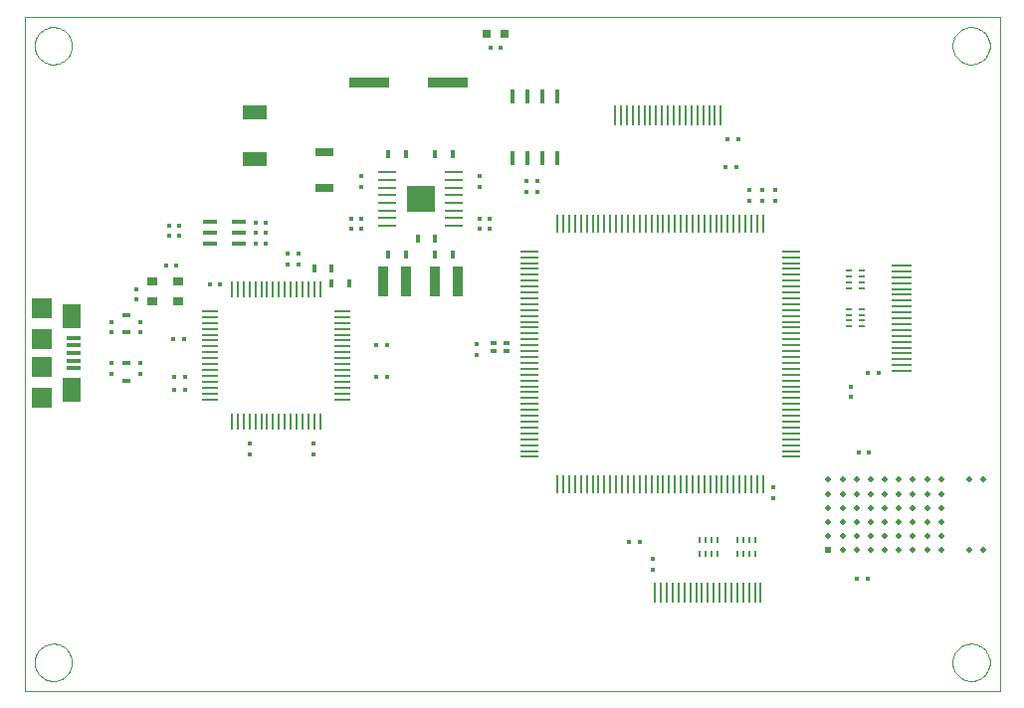
<source format=gtp>
G75*
%MOIN*%
%OFA0B0*%
%FSLAX24Y24*%
%IPPOS*%
%LPD*%
%AMOC8*
5,1,8,0,0,1.08239X$1,22.5*
%
%ADD10C,0.0000*%
%ADD11R,0.0078X0.0708*%
%ADD12R,0.0117X0.0157*%
%ADD13R,0.0078X0.0216*%
%ADD14R,0.0531X0.0066*%
%ADD15R,0.0066X0.0531*%
%ADD16R,0.0491X0.0117*%
%ADD17R,0.0708X0.0669*%
%ADD18R,0.0708X0.0708*%
%ADD19R,0.0590X0.0787*%
%ADD20R,0.0354X0.0314*%
%ADD21R,0.0157X0.0117*%
%ADD22R,0.0460X0.0180*%
%ADD23R,0.0275X0.0157*%
%ADD24R,0.0157X0.0275*%
%ADD25R,0.0275X0.0275*%
%ADD26R,0.0590X0.0295*%
%ADD27R,0.0196X0.0157*%
%ADD28R,0.1338X0.0354*%
%ADD29R,0.0196X0.0196*%
%ADD30C,0.0196*%
%ADD31R,0.0590X0.0078*%
%ADD32R,0.0078X0.0590*%
%ADD33R,0.0177X0.0491*%
%ADD34R,0.0787X0.0460*%
%ADD35R,0.0708X0.0078*%
%ADD36R,0.0216X0.0078*%
%ADD37R,0.0969X0.0909*%
%ADD38R,0.0354X0.1023*%
D10*
X000873Y004647D02*
X000873Y027246D01*
X033550Y027246D01*
X033550Y004647D01*
X000873Y004647D01*
X001213Y005612D02*
X001215Y005662D01*
X001221Y005711D01*
X001231Y005760D01*
X001244Y005807D01*
X001262Y005854D01*
X001283Y005899D01*
X001307Y005942D01*
X001335Y005983D01*
X001366Y006022D01*
X001400Y006058D01*
X001437Y006092D01*
X001477Y006122D01*
X001518Y006149D01*
X001562Y006173D01*
X001607Y006193D01*
X001654Y006209D01*
X001702Y006222D01*
X001751Y006231D01*
X001801Y006236D01*
X001850Y006237D01*
X001900Y006234D01*
X001949Y006227D01*
X001998Y006216D01*
X002045Y006202D01*
X002091Y006183D01*
X002136Y006161D01*
X002179Y006136D01*
X002219Y006107D01*
X002257Y006075D01*
X002293Y006041D01*
X002326Y006003D01*
X002355Y005963D01*
X002381Y005921D01*
X002404Y005877D01*
X002423Y005831D01*
X002439Y005784D01*
X002451Y005735D01*
X002459Y005686D01*
X002463Y005637D01*
X002463Y005587D01*
X002459Y005538D01*
X002451Y005489D01*
X002439Y005440D01*
X002423Y005393D01*
X002404Y005347D01*
X002381Y005303D01*
X002355Y005261D01*
X002326Y005221D01*
X002293Y005183D01*
X002257Y005149D01*
X002219Y005117D01*
X002179Y005088D01*
X002136Y005063D01*
X002091Y005041D01*
X002045Y005022D01*
X001998Y005008D01*
X001949Y004997D01*
X001900Y004990D01*
X001850Y004987D01*
X001801Y004988D01*
X001751Y004993D01*
X001702Y005002D01*
X001654Y005015D01*
X001607Y005031D01*
X001562Y005051D01*
X001518Y005075D01*
X001477Y005102D01*
X001437Y005132D01*
X001400Y005166D01*
X001366Y005202D01*
X001335Y005241D01*
X001307Y005282D01*
X001283Y005325D01*
X001262Y005370D01*
X001244Y005417D01*
X001231Y005464D01*
X001221Y005513D01*
X001215Y005562D01*
X001213Y005612D01*
X001213Y026281D02*
X001215Y026331D01*
X001221Y026380D01*
X001231Y026429D01*
X001244Y026476D01*
X001262Y026523D01*
X001283Y026568D01*
X001307Y026611D01*
X001335Y026652D01*
X001366Y026691D01*
X001400Y026727D01*
X001437Y026761D01*
X001477Y026791D01*
X001518Y026818D01*
X001562Y026842D01*
X001607Y026862D01*
X001654Y026878D01*
X001702Y026891D01*
X001751Y026900D01*
X001801Y026905D01*
X001850Y026906D01*
X001900Y026903D01*
X001949Y026896D01*
X001998Y026885D01*
X002045Y026871D01*
X002091Y026852D01*
X002136Y026830D01*
X002179Y026805D01*
X002219Y026776D01*
X002257Y026744D01*
X002293Y026710D01*
X002326Y026672D01*
X002355Y026632D01*
X002381Y026590D01*
X002404Y026546D01*
X002423Y026500D01*
X002439Y026453D01*
X002451Y026404D01*
X002459Y026355D01*
X002463Y026306D01*
X002463Y026256D01*
X002459Y026207D01*
X002451Y026158D01*
X002439Y026109D01*
X002423Y026062D01*
X002404Y026016D01*
X002381Y025972D01*
X002355Y025930D01*
X002326Y025890D01*
X002293Y025852D01*
X002257Y025818D01*
X002219Y025786D01*
X002179Y025757D01*
X002136Y025732D01*
X002091Y025710D01*
X002045Y025691D01*
X001998Y025677D01*
X001949Y025666D01*
X001900Y025659D01*
X001850Y025656D01*
X001801Y025657D01*
X001751Y025662D01*
X001702Y025671D01*
X001654Y025684D01*
X001607Y025700D01*
X001562Y025720D01*
X001518Y025744D01*
X001477Y025771D01*
X001437Y025801D01*
X001400Y025835D01*
X001366Y025871D01*
X001335Y025910D01*
X001307Y025951D01*
X001283Y025994D01*
X001262Y026039D01*
X001244Y026086D01*
X001231Y026133D01*
X001221Y026182D01*
X001215Y026231D01*
X001213Y026281D01*
X031961Y026281D02*
X031963Y026331D01*
X031969Y026380D01*
X031979Y026429D01*
X031992Y026476D01*
X032010Y026523D01*
X032031Y026568D01*
X032055Y026611D01*
X032083Y026652D01*
X032114Y026691D01*
X032148Y026727D01*
X032185Y026761D01*
X032225Y026791D01*
X032266Y026818D01*
X032310Y026842D01*
X032355Y026862D01*
X032402Y026878D01*
X032450Y026891D01*
X032499Y026900D01*
X032549Y026905D01*
X032598Y026906D01*
X032648Y026903D01*
X032697Y026896D01*
X032746Y026885D01*
X032793Y026871D01*
X032839Y026852D01*
X032884Y026830D01*
X032927Y026805D01*
X032967Y026776D01*
X033005Y026744D01*
X033041Y026710D01*
X033074Y026672D01*
X033103Y026632D01*
X033129Y026590D01*
X033152Y026546D01*
X033171Y026500D01*
X033187Y026453D01*
X033199Y026404D01*
X033207Y026355D01*
X033211Y026306D01*
X033211Y026256D01*
X033207Y026207D01*
X033199Y026158D01*
X033187Y026109D01*
X033171Y026062D01*
X033152Y026016D01*
X033129Y025972D01*
X033103Y025930D01*
X033074Y025890D01*
X033041Y025852D01*
X033005Y025818D01*
X032967Y025786D01*
X032927Y025757D01*
X032884Y025732D01*
X032839Y025710D01*
X032793Y025691D01*
X032746Y025677D01*
X032697Y025666D01*
X032648Y025659D01*
X032598Y025656D01*
X032549Y025657D01*
X032499Y025662D01*
X032450Y025671D01*
X032402Y025684D01*
X032355Y025700D01*
X032310Y025720D01*
X032266Y025744D01*
X032225Y025771D01*
X032185Y025801D01*
X032148Y025835D01*
X032114Y025871D01*
X032083Y025910D01*
X032055Y025951D01*
X032031Y025994D01*
X032010Y026039D01*
X031992Y026086D01*
X031979Y026133D01*
X031969Y026182D01*
X031963Y026231D01*
X031961Y026281D01*
X031961Y005612D02*
X031963Y005662D01*
X031969Y005711D01*
X031979Y005760D01*
X031992Y005807D01*
X032010Y005854D01*
X032031Y005899D01*
X032055Y005942D01*
X032083Y005983D01*
X032114Y006022D01*
X032148Y006058D01*
X032185Y006092D01*
X032225Y006122D01*
X032266Y006149D01*
X032310Y006173D01*
X032355Y006193D01*
X032402Y006209D01*
X032450Y006222D01*
X032499Y006231D01*
X032549Y006236D01*
X032598Y006237D01*
X032648Y006234D01*
X032697Y006227D01*
X032746Y006216D01*
X032793Y006202D01*
X032839Y006183D01*
X032884Y006161D01*
X032927Y006136D01*
X032967Y006107D01*
X033005Y006075D01*
X033041Y006041D01*
X033074Y006003D01*
X033103Y005963D01*
X033129Y005921D01*
X033152Y005877D01*
X033171Y005831D01*
X033187Y005784D01*
X033199Y005735D01*
X033207Y005686D01*
X033211Y005637D01*
X033211Y005587D01*
X033207Y005538D01*
X033199Y005489D01*
X033187Y005440D01*
X033171Y005393D01*
X033152Y005347D01*
X033129Y005303D01*
X033103Y005261D01*
X033074Y005221D01*
X033041Y005183D01*
X033005Y005149D01*
X032967Y005117D01*
X032927Y005088D01*
X032884Y005063D01*
X032839Y005041D01*
X032793Y005022D01*
X032746Y005008D01*
X032697Y004997D01*
X032648Y004990D01*
X032598Y004987D01*
X032549Y004988D01*
X032499Y004993D01*
X032450Y005002D01*
X032402Y005015D01*
X032355Y005031D01*
X032310Y005051D01*
X032266Y005075D01*
X032225Y005102D01*
X032185Y005132D01*
X032148Y005166D01*
X032114Y005202D01*
X032083Y005241D01*
X032055Y005282D01*
X032031Y005325D01*
X032010Y005370D01*
X031992Y005417D01*
X031979Y005464D01*
X031969Y005513D01*
X031963Y005562D01*
X031961Y005612D01*
D11*
X025538Y007954D03*
X025342Y007954D03*
X025145Y007954D03*
X024948Y007954D03*
X024751Y007954D03*
X024554Y007954D03*
X024357Y007954D03*
X024160Y007954D03*
X023964Y007954D03*
X023767Y007954D03*
X023570Y007954D03*
X023373Y007954D03*
X023176Y007954D03*
X022979Y007954D03*
X022782Y007954D03*
X022586Y007954D03*
X022389Y007954D03*
X022192Y007954D03*
X021995Y007954D03*
X022034Y023939D03*
X021838Y023939D03*
X021641Y023939D03*
X021444Y023939D03*
X021247Y023939D03*
X021050Y023939D03*
X020853Y023939D03*
X020656Y023939D03*
X022231Y023939D03*
X022428Y023939D03*
X022625Y023939D03*
X022822Y023939D03*
X023019Y023939D03*
X023216Y023939D03*
X023412Y023939D03*
X023609Y023939D03*
X023806Y023939D03*
X024003Y023939D03*
X024200Y023939D03*
D12*
X024436Y023151D03*
X024790Y023151D03*
X024712Y022206D03*
X024357Y022206D03*
X018058Y021734D03*
X017704Y021734D03*
X017704Y021380D03*
X018058Y021380D03*
X016838Y026222D03*
X016483Y026222D03*
X008964Y020356D03*
X008964Y020002D03*
X008609Y020002D03*
X008609Y020356D03*
X008609Y019647D03*
X008964Y019647D03*
X007428Y018269D03*
X007074Y018269D03*
X005971Y018899D03*
X005617Y018899D03*
X005853Y016458D03*
X006208Y016458D03*
X006247Y015198D03*
X005893Y015198D03*
X005893Y014765D03*
X006247Y014765D03*
X012664Y015198D03*
X013019Y015198D03*
X013019Y016261D03*
X012664Y016261D03*
X021129Y009647D03*
X021483Y009647D03*
X028767Y008427D03*
X029121Y008427D03*
X029160Y012639D03*
X028806Y012639D03*
X029121Y015317D03*
X029475Y015317D03*
D13*
X025361Y009716D03*
X025164Y009716D03*
X024968Y009716D03*
X024771Y009716D03*
X024771Y009263D03*
X024968Y009263D03*
X025164Y009263D03*
X025361Y009263D03*
X024082Y009263D03*
X023885Y009263D03*
X023688Y009263D03*
X023491Y009263D03*
X023491Y009716D03*
X023688Y009716D03*
X023885Y009716D03*
X024082Y009716D03*
D14*
X011513Y014431D03*
X011513Y014628D03*
X011513Y014824D03*
X011513Y015021D03*
X011513Y015218D03*
X011513Y015415D03*
X011513Y015612D03*
X011513Y015809D03*
X011513Y016006D03*
X011513Y016202D03*
X011513Y016399D03*
X011513Y016596D03*
X011513Y016793D03*
X011513Y016990D03*
X011513Y017187D03*
X011513Y017383D03*
X007084Y017383D03*
X007084Y017187D03*
X007084Y016990D03*
X007084Y016793D03*
X007084Y016596D03*
X007084Y016399D03*
X007084Y016202D03*
X007084Y016006D03*
X007084Y015809D03*
X007084Y015612D03*
X007084Y015415D03*
X007084Y015218D03*
X007084Y015021D03*
X007084Y014824D03*
X007084Y014628D03*
X007084Y014431D03*
D15*
X007822Y013693D03*
X008019Y013693D03*
X008216Y013693D03*
X008412Y013693D03*
X008609Y013693D03*
X008806Y013693D03*
X009003Y013693D03*
X009200Y013693D03*
X009397Y013693D03*
X009594Y013693D03*
X009790Y013693D03*
X009987Y013693D03*
X010184Y013693D03*
X010381Y013693D03*
X010578Y013693D03*
X010775Y013693D03*
X010775Y018122D03*
X010578Y018122D03*
X010381Y018122D03*
X010184Y018122D03*
X009987Y018122D03*
X009790Y018122D03*
X009594Y018122D03*
X009397Y018122D03*
X009200Y018122D03*
X009003Y018122D03*
X008806Y018122D03*
X008609Y018122D03*
X008412Y018122D03*
X008216Y018122D03*
X008019Y018122D03*
X007822Y018122D03*
D16*
X002517Y016498D03*
X002517Y016242D03*
X002517Y015986D03*
X002517Y015730D03*
X002517Y015474D03*
D17*
X001464Y014490D03*
X001464Y017482D03*
D18*
X001464Y016458D03*
X001464Y015513D03*
D19*
X002468Y014765D03*
X002468Y017206D03*
D20*
X005164Y017718D03*
X006031Y017718D03*
X006031Y018387D03*
X005164Y018387D03*
D21*
X004613Y018131D03*
X004613Y017777D03*
X004771Y017029D03*
X004771Y016675D03*
X003786Y016675D03*
X003786Y017029D03*
X003786Y015651D03*
X003786Y015297D03*
X004771Y015297D03*
X004771Y015651D03*
X008432Y012935D03*
X008432Y012580D03*
X010558Y012580D03*
X010558Y012935D03*
X016031Y015927D03*
X016031Y016281D03*
X016109Y020139D03*
X016464Y020139D03*
X016464Y020494D03*
X016109Y020494D03*
X016109Y021557D03*
X016109Y021911D03*
X012172Y021911D03*
X012172Y021557D03*
X012172Y020494D03*
X011818Y020494D03*
X011818Y020139D03*
X012172Y020139D03*
X010046Y019313D03*
X009692Y019313D03*
X009692Y018958D03*
X010046Y018958D03*
X006070Y019903D03*
X005716Y019903D03*
X005716Y020257D03*
X006070Y020257D03*
X021936Y009076D03*
X021936Y008722D03*
X025952Y011124D03*
X025952Y011478D03*
X028550Y014509D03*
X028550Y014864D03*
X026031Y021084D03*
X025597Y021084D03*
X025597Y021439D03*
X026031Y021439D03*
X025164Y021439D03*
X025164Y021084D03*
D22*
X008046Y020372D03*
X008046Y020002D03*
X008046Y019632D03*
X007086Y019632D03*
X007086Y020002D03*
X007086Y020372D03*
D23*
X004298Y017265D03*
X004298Y016675D03*
X004298Y015651D03*
X004298Y015061D03*
D24*
X010578Y018820D03*
X011168Y018820D03*
X011168Y018309D03*
X011759Y018309D03*
X013058Y019293D03*
X013649Y019293D03*
X014042Y019805D03*
X014633Y019805D03*
X014633Y019293D03*
X015223Y019293D03*
X015223Y022639D03*
X014633Y022639D03*
X013649Y022639D03*
X013058Y022639D03*
D25*
X016365Y026694D03*
X016956Y026694D03*
D26*
X010912Y022728D03*
X010912Y021527D03*
D27*
X016601Y016320D03*
X016601Y016045D03*
X017034Y016045D03*
X017034Y016320D03*
D28*
X015066Y025041D03*
X012428Y025041D03*
D29*
X027802Y009372D03*
D30*
X027802Y009844D03*
X027802Y010317D03*
X027802Y010789D03*
X027802Y011261D03*
X028275Y011261D03*
X028747Y011261D03*
X029219Y011261D03*
X029692Y011261D03*
X029692Y010789D03*
X029692Y010317D03*
X029219Y010317D03*
X028747Y010317D03*
X028747Y010789D03*
X028275Y010789D03*
X028275Y010317D03*
X028275Y009844D03*
X028747Y009844D03*
X029219Y009844D03*
X029692Y009844D03*
X029692Y009372D03*
X029219Y009372D03*
X028747Y009372D03*
X028275Y009372D03*
X029219Y010789D03*
X030164Y010789D03*
X030164Y010317D03*
X030637Y010317D03*
X030637Y010789D03*
X031109Y010789D03*
X031109Y010317D03*
X031582Y010317D03*
X031582Y010789D03*
X031582Y011261D03*
X031109Y011261D03*
X030637Y011261D03*
X030164Y011261D03*
X030164Y011734D03*
X030637Y011734D03*
X031109Y011734D03*
X031582Y011734D03*
X032527Y011734D03*
X032999Y011734D03*
X031582Y009844D03*
X031109Y009844D03*
X030637Y009844D03*
X030164Y009844D03*
X030164Y009372D03*
X030637Y009372D03*
X031109Y009372D03*
X031582Y009372D03*
X032527Y009372D03*
X032999Y009372D03*
X029692Y011734D03*
X029219Y011734D03*
X028747Y011734D03*
X028275Y011734D03*
X027802Y011734D03*
D31*
X026542Y012502D03*
X026542Y012698D03*
X026542Y012895D03*
X026542Y013092D03*
X026542Y013289D03*
X026542Y013486D03*
X026542Y013683D03*
X026542Y013880D03*
X026542Y014076D03*
X026542Y014273D03*
X026542Y014470D03*
X026542Y014667D03*
X026542Y014864D03*
X026542Y015061D03*
X026542Y015257D03*
X026542Y015454D03*
X026542Y015651D03*
X026542Y015848D03*
X026542Y016045D03*
X026542Y016242D03*
X026542Y016439D03*
X026542Y016635D03*
X026542Y016832D03*
X026542Y017029D03*
X026542Y017226D03*
X026542Y017423D03*
X026542Y017620D03*
X026542Y017817D03*
X026542Y018013D03*
X026542Y018210D03*
X026542Y018407D03*
X026542Y018604D03*
X026542Y018801D03*
X026542Y018998D03*
X026542Y019194D03*
X026542Y019391D03*
X017802Y019391D03*
X017802Y019194D03*
X017802Y018998D03*
X017802Y018801D03*
X017802Y018604D03*
X017802Y018407D03*
X017802Y018210D03*
X017802Y018013D03*
X017802Y017817D03*
X017802Y017620D03*
X017802Y017423D03*
X017802Y017226D03*
X017802Y017029D03*
X017802Y016832D03*
X017802Y016635D03*
X017802Y016439D03*
X017802Y016242D03*
X017802Y016045D03*
X017802Y015848D03*
X017802Y015651D03*
X017802Y015454D03*
X017802Y015257D03*
X017802Y015061D03*
X017802Y014864D03*
X017802Y014667D03*
X017802Y014470D03*
X017802Y014273D03*
X017802Y014076D03*
X017802Y013880D03*
X017802Y013683D03*
X017802Y013486D03*
X017802Y013289D03*
X017802Y013092D03*
X017802Y012895D03*
X017802Y012698D03*
X017802Y012502D03*
X015243Y020248D03*
X015243Y020504D03*
X015243Y020759D03*
X015243Y021015D03*
X015243Y021271D03*
X015243Y021527D03*
X015243Y021783D03*
X015243Y022039D03*
X013038Y022039D03*
X013038Y021783D03*
X013038Y021527D03*
X013038Y021271D03*
X013038Y021015D03*
X013038Y020759D03*
X013038Y020504D03*
X013038Y020248D03*
D32*
X018727Y020317D03*
X018924Y020317D03*
X019121Y020317D03*
X019318Y020317D03*
X019515Y020317D03*
X019712Y020317D03*
X019908Y020317D03*
X020105Y020317D03*
X020302Y020317D03*
X020499Y020317D03*
X020696Y020317D03*
X020893Y020317D03*
X021090Y020317D03*
X021286Y020317D03*
X021483Y020317D03*
X021680Y020317D03*
X021877Y020317D03*
X022074Y020317D03*
X022271Y020317D03*
X022468Y020317D03*
X022664Y020317D03*
X022861Y020317D03*
X023058Y020317D03*
X023255Y020317D03*
X023452Y020317D03*
X023649Y020317D03*
X023845Y020317D03*
X024042Y020317D03*
X024239Y020317D03*
X024436Y020317D03*
X024633Y020317D03*
X024830Y020317D03*
X025027Y020317D03*
X025223Y020317D03*
X025420Y020317D03*
X025617Y020317D03*
X025617Y011576D03*
X025420Y011576D03*
X025223Y011576D03*
X025027Y011576D03*
X024830Y011576D03*
X024633Y011576D03*
X024436Y011576D03*
X024239Y011576D03*
X024042Y011576D03*
X023845Y011576D03*
X023649Y011576D03*
X023452Y011576D03*
X023255Y011576D03*
X023058Y011576D03*
X022861Y011576D03*
X022664Y011576D03*
X022468Y011576D03*
X022271Y011576D03*
X022074Y011576D03*
X021877Y011576D03*
X021680Y011576D03*
X021483Y011576D03*
X021286Y011576D03*
X021090Y011576D03*
X020893Y011576D03*
X020696Y011576D03*
X020499Y011576D03*
X020302Y011576D03*
X020105Y011576D03*
X019908Y011576D03*
X019712Y011576D03*
X019515Y011576D03*
X019318Y011576D03*
X019121Y011576D03*
X018924Y011576D03*
X018727Y011576D03*
D33*
X018710Y022521D03*
X018210Y022521D03*
X017710Y022521D03*
X017210Y022521D03*
X017210Y024569D03*
X017710Y024569D03*
X018210Y024569D03*
X018710Y024569D03*
D34*
X008590Y024049D03*
X008590Y022490D03*
D35*
X030243Y018919D03*
X030243Y018722D03*
X030243Y018525D03*
X030243Y018328D03*
X030243Y018131D03*
X030243Y017935D03*
X030243Y017738D03*
X030243Y017541D03*
X030243Y017344D03*
X030243Y017147D03*
X030243Y016950D03*
X030243Y016754D03*
X030243Y016557D03*
X030243Y016360D03*
X030243Y016163D03*
X030243Y015966D03*
X030243Y015769D03*
X030243Y015572D03*
X030243Y015376D03*
D36*
X028934Y016872D03*
X028934Y017069D03*
X028934Y017265D03*
X028934Y017462D03*
X028481Y017462D03*
X028481Y017265D03*
X028481Y017069D03*
X028481Y016872D03*
X028481Y018151D03*
X028481Y018348D03*
X028481Y018545D03*
X028481Y018742D03*
X028934Y018742D03*
X028934Y018545D03*
X028934Y018348D03*
X028934Y018151D03*
D37*
X014141Y021143D03*
D38*
X014613Y018387D03*
X015401Y018387D03*
X013668Y018387D03*
X012881Y018387D03*
M02*

</source>
